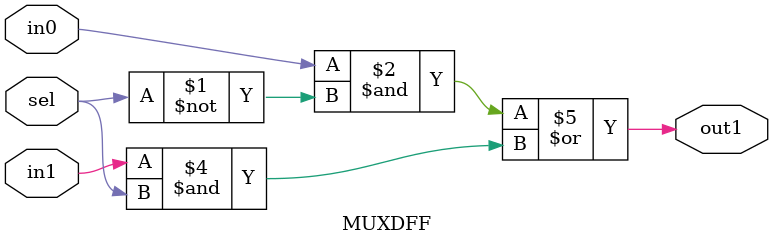
<source format=v>
module top_module (
    input [3:0] SW,
    input [3:0] KEY,
    output reg [3:0] LEDR
); //
// bad answer
wire clk, E, L, w;
assign {w, L, E, clk} = KEY;

wire [3:0] w1;
generate
    MUXDFF MUXDFF_3(.in0(LEDR[3]),
                        .in1(w),
                        .sel(E),
                        .out1(w1[3]));
    genvar i;
    for(i = 0; i < 3; i = i + 1) begin:label1
        MUXDFF MUXDFF_i(.in0(LEDR[i]),
                        .in1(LEDR[i + 1]),
                        .sel(E),
                        .out1(w1[i]));
    end
endgenerate

wire [3:0] w2;
generate
    for(i = 0; i < 4; i = i + 1) begin:label2
        MUXDFF MUXDFF_ii (.in0(w1[i]),
                          .in1(SW[i]),
                          .sel(L),
                          .out1(w2[i]));
    end
endgenerate


always @(posedge clk) begin
    LEDR <= w2;
end

endmodule

module MUXDFF (
    input in0,
    input in1,
    input sel,
    output out1
);

assign out1 = (in0 & (sel == 1'b0))
            | (in1 & (sel == 1'b1));

endmodule

</source>
